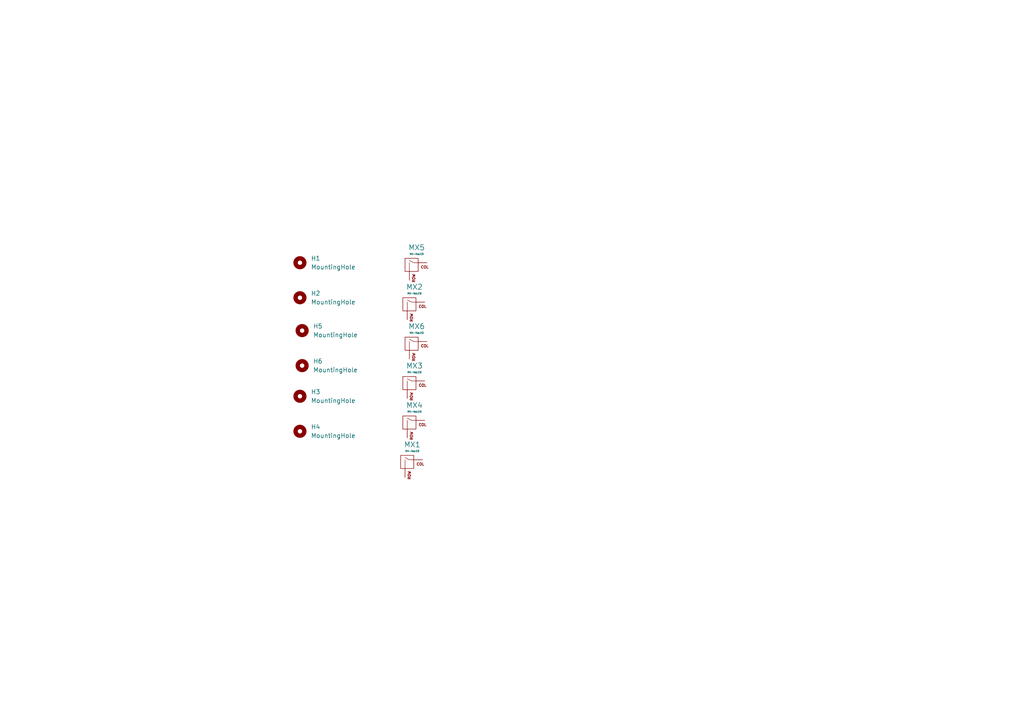
<source format=kicad_sch>
(kicad_sch (version 20211123) (generator eeschema)
  (paper "A4")
  (lib_symbols
    (symbol "Mechanical:MountingHole" (pin_names (offset 1.016))
      (property "Reference" "H" (at 0 5.08 0))
      (property "Value" "MountingHole" (at 0 3.175 0))
      (symbol "MountingHole_0_1"
        (circle (center 0 0) (radius 1.27) (stroke (width 1.27)))
      )
    )
    (symbol "pcb-rescue:MX-NoLED-MX_Alps_Hybrid" (pin_names (offset 1.016))
      (property "Reference" "MX" (at -0.635 3.81 0))
      (property "Value" "MX-NoLED-MX_Alps_Hybrid" (at -0.635 1.27 0))
      (symbol "MX-NoLED-MX_Alps_Hybrid_0_0"
        (rectangle (start -2.54 2.54) (end 1.27 -1.27))
        (polyline (pts (xy -1.27 -1.27) (xy -1.27 1.27)) (stroke (width 0.127)))
        (polyline (pts (xy 1.27 1.27) (xy 0 1.27) (xy -1.27 1.905)) (stroke (width 0.127)))
        (text "COL" (at 3.175 0 0) (effects (font (size 0.762 0.762))))
        (text "ROW" (at 0 -1.905 900) (effects (font (size 0.762 0.762)) (justify right)))
      )
      (symbol "MX-NoLED-MX_Alps_Hybrid_1_1"
        (pin passive line (at 3.81 1.27 180) (length 2.54) (name "COL") (number "1"))
        (pin passive line (at -1.27 -3.81 90) (length 2.54) (name "ROW") (number "2"))
      )
    )
  )
  (symbol (lib_id "Mechanical:MountingHole") (at 86.995 86.36 0) (unit 1)
    (property "Reference" "H2" (at 90.17 85.0899 0) (effects (justify left)))
    (property "Value" "MountingHole" (at 90.17 87.6299 0) (effects (justify left)))
    (property "Footprint" "Mounting_Keyboard_Stabilizer:Stabilizer_Cherry_MX_3.00u" (effects hide))
  )
  (symbol (lib_id "Mechanical:MountingHole") (at 86.995 114.935 0) (unit 1)
    (property "Reference" "H3" (at 90.17 113.6649 0) (effects (justify left)))
    (property "Value" "MountingHole" (at 90.17 116.2049 0) (effects (justify left)))
    (property "Footprint" "Mounting_Keyboard_Stabilizer:Stabilizer_Cherry_MX_6.00u" (effects hide))
  )
  (symbol (lib_id "Mechanical:MountingHole") (at 87.63 106.045 0) (unit 1)
    (property "Reference" "H6" (at 90.805 104.7749 0) (effects (justify left)))
    (property "Value" "MountingHole" (at 90.805 107.3149 0) (effects (justify left)))
    (property "Footprint" "Mounting_Keyboard_Stabilizer:Stabilizer_Cherry_MX_8.00u" (effects hide))
  )
  (symbol (lib_id "pcb-rescue:MX-NoLED-MX_Alps_Hybrid") (at 120.015 77.47 0) (unit 1)
    (property "Reference" "MX5" (at 120.8532 71.8058 0) (effects (font (size 1.524 1.524))))
    (property "Value" "MX-NoLED" (at 120.8532 73.6854 0) (effects (font (size 0.508 0.508))))
    (property "Footprint" "mx-switches:CherryMX-1.00U" (effects hide))
  )
  (symbol (lib_id "pcb-rescue:MX-NoLED-MX_Alps_Hybrid") (at 119.38 88.9 0) (unit 1)
    (property "Reference" "MX2" (at 120.2182 83.2358 0) (effects (font (size 1.524 1.524))))
    (property "Value" "MX-NoLED" (at 120.2182 85.1154 0) (effects (font (size 0.508 0.508))))
    (property "Footprint" "mx-switches:CherryMX-1.00U" (effects hide))
  )
  (symbol (lib_id "pcb-rescue:MX-NoLED-MX_Alps_Hybrid") (at 119.38 123.19 0) (unit 1)
    (property "Reference" "MX4" (at 120.2182 117.5258 0) (effects (font (size 1.524 1.524))))
    (property "Value" "MX-NoLED" (at 120.2182 119.4054 0) (effects (font (size 0.508 0.508))))
    (property "Footprint" "mx-switches:CherryMX-1.00U" (effects hide))
  )
  (symbol (lib_id "pcb-rescue:MX-NoLED-MX_Alps_Hybrid") (at 118.745 134.62 0) (unit 1)
    (property "Reference" "MX1" (at 119.5832 128.9558 0) (effects (font (size 1.524 1.524))))
    (property "Value" "MX-NoLED" (at 119.5832 130.8354 0) (effects (font (size 0.508 0.508))))
    (property "Footprint" "mx-switches:CherryMX-1.00U" (effects hide))
  )
  (symbol (lib_id "Mechanical:MountingHole") (at 86.995 125.095 0) (unit 1)
    (property "Reference" "H4" (at 90.17 123.8249 0) (effects (justify left)))
    (property "Value" "MountingHole" (at 90.17 126.3649 0) (effects (justify left)))
    (property "Footprint" "Mounting_Keyboard_Stabilizer:Stabilizer_Cherry_MX_6.25u" (effects hide))
  )
  (symbol (lib_id "Mechanical:MountingHole") (at 86.995 76.2 0) (unit 1)
    (property "Reference" "H1" (at 90.17 74.9299 0) (effects (justify left)))
    (property "Value" "MountingHole" (at 90.17 77.4699 0) (effects (justify left)))
    (property "Footprint" "Mounting_Keyboard_Stabilizer:Stabilizer_Cherry_MX_2.00u" (effects hide))
  )
  (symbol (lib_id "pcb-rescue:MX-NoLED-MX_Alps_Hybrid") (at 119.38 111.76 0) (unit 1)
    (property "Reference" "MX3" (at 120.2182 106.0958 0) (effects (font (size 1.524 1.524))))
    (property "Value" "MX-NoLED" (at 120.2182 107.9754 0) (effects (font (size 0.508 0.508))))
    (property "Footprint" "mx-switches:CherryMX-1.00U" (effects hide))
  )
  (symbol (lib_id "pcb-rescue:MX-NoLED-MX_Alps_Hybrid") (at 120.015 100.33 0) (unit 1)
    (property "Reference" "MX6" (at 120.8532 94.6658 0) (effects (font (size 1.524 1.524))))
    (property "Value" "MX-NoLED" (at 120.8532 96.5454 0) (effects (font (size 0.508 0.508))))
    (property "Footprint" "mx-switches:CherryMX-1.00U" (effects hide))
  )
  (symbol (lib_id "Mechanical:MountingHole") (at 87.63 95.885 0) (unit 1)
    (property "Reference" "H5" (at 90.805 94.6149 0) (effects (justify left)))
    (property "Value" "MountingHole" (at 90.805 97.1549 0) (effects (justify left)))
    (property "Footprint" "Mounting_Keyboard_Stabilizer:Stabilizer_Cherry_MX_7.00u" (effects hide))
  )
)
</source>
